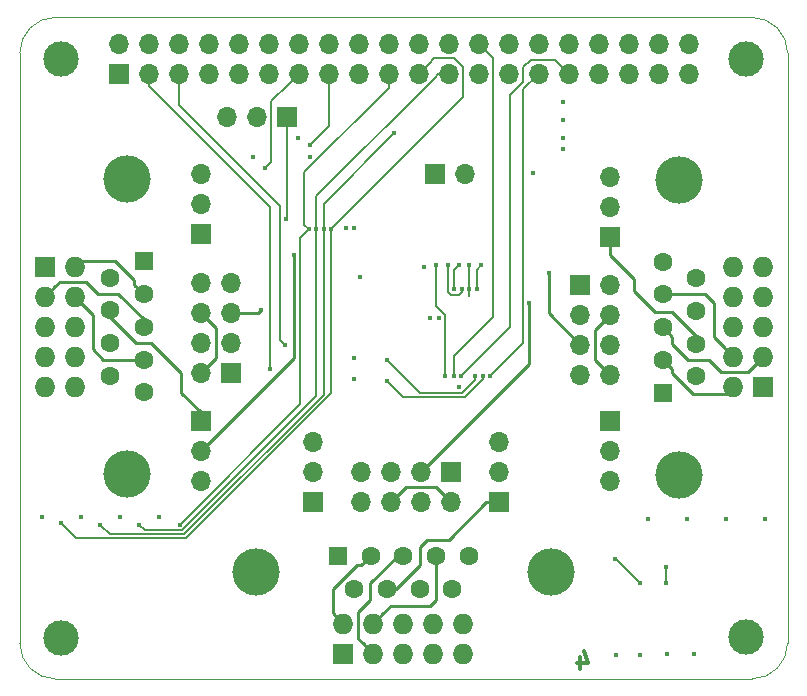
<source format=gbr>
G04 #@! TF.GenerationSoftware,KiCad,Pcbnew,5.1.5+dfsg1-2build2*
G04 #@! TF.CreationDate,2021-09-09T19:15:16+02:00*
G04 #@! TF.ProjectId,RPi_V24,5250695f-5632-4342-9e6b-696361645f70,1*
G04 #@! TF.SameCoordinates,Original*
G04 #@! TF.FileFunction,Copper,L4,Bot*
G04 #@! TF.FilePolarity,Positive*
%FSLAX46Y46*%
G04 Gerber Fmt 4.6, Leading zero omitted, Abs format (unit mm)*
G04 Created by KiCad (PCBNEW 5.1.5+dfsg1-2build2) date 2021-09-09 19:15:16*
%MOMM*%
%LPD*%
G04 APERTURE LIST*
%ADD10C,0.300000*%
%ADD11C,0.100000*%
%ADD12R,1.700000X1.700000*%
%ADD13O,1.700000X1.700000*%
%ADD14C,3.000000*%
%ADD15R,1.600000X1.600000*%
%ADD16C,1.600000*%
%ADD17C,4.000000*%
%ADD18O,1.727200X1.727200*%
%ADD19R,1.727200X1.727200*%
%ADD20C,0.400000*%
%ADD21C,0.250000*%
%ADD22C,0.150000*%
G04 APERTURE END LIST*
D10*
X125952285Y-114994571D02*
X125952285Y-115994571D01*
X126309428Y-114423142D02*
X126666571Y-115494571D01*
X125738000Y-115494571D01*
D11*
X78546356Y-63817611D02*
X78546356Y-113817611D01*
X78546356Y-63817611D02*
G75*
G02X81546356Y-60817611I3000000J0D01*
G01*
X140546356Y-60817611D02*
X81546356Y-60817611D01*
X140546356Y-60817611D02*
G75*
G02X143546356Y-63817611I0J-3000000D01*
G01*
X143546247Y-113792001D02*
X143546356Y-63817611D01*
X81546356Y-116817611D02*
G75*
G02X78546356Y-113817611I0J3000000D01*
G01*
X81546356Y-116817611D02*
X140546356Y-116817611D01*
X143546247Y-113792001D02*
G75*
G02X140546356Y-116817611I-2999891J-25610D01*
G01*
D12*
X86920000Y-65590000D03*
D13*
X86920000Y-63050000D03*
X89460000Y-65590000D03*
X89460000Y-63050000D03*
X92000000Y-65590000D03*
X92000000Y-63050000D03*
X94540000Y-65590000D03*
X94540000Y-63050000D03*
X97080000Y-65590000D03*
X97080000Y-63050000D03*
X99620000Y-65590000D03*
X99620000Y-63050000D03*
X102160000Y-65590000D03*
X102160000Y-63050000D03*
X104700000Y-65590000D03*
X104700000Y-63050000D03*
X107240000Y-65590000D03*
X107240000Y-63050000D03*
X109780000Y-65590000D03*
X109780000Y-63050000D03*
X112320000Y-65590000D03*
X112320000Y-63050000D03*
X114860000Y-65590000D03*
X114860000Y-63050000D03*
X117400000Y-65590000D03*
X117400000Y-63050000D03*
X119940000Y-65590000D03*
X119940000Y-63050000D03*
X122480000Y-65590000D03*
X122480000Y-63050000D03*
X125020000Y-65590000D03*
X125020000Y-63050000D03*
X127560000Y-65590000D03*
X127560000Y-63050000D03*
X130100000Y-65590000D03*
X130100000Y-63050000D03*
X132640000Y-65590000D03*
X132640000Y-63050000D03*
X135180000Y-65590000D03*
X135180000Y-63050000D03*
D12*
X113700000Y-74100000D03*
D13*
X116240000Y-74100000D03*
D14*
X82040000Y-64310000D03*
X140040000Y-64330000D03*
X82040000Y-113320000D03*
X140030000Y-113310000D03*
D15*
X132969000Y-92583000D03*
D16*
X132969000Y-89813000D03*
X132969000Y-87043000D03*
X132969000Y-84273000D03*
X132969000Y-81503000D03*
X135809000Y-91198000D03*
X135809000Y-88428000D03*
X135809000Y-85658000D03*
X135809000Y-82888000D03*
D17*
X134389000Y-99543000D03*
X134389000Y-74543000D03*
X123513500Y-107801000D03*
X98513500Y-107801000D03*
D16*
X115168500Y-109221000D03*
X112398500Y-109221000D03*
X109628500Y-109221000D03*
X106858500Y-109221000D03*
X116553500Y-106381000D03*
X113783500Y-106381000D03*
X111013500Y-106381000D03*
X108243500Y-106381000D03*
D15*
X105473500Y-106381000D03*
X89027000Y-81470500D03*
D16*
X89027000Y-84240500D03*
X89027000Y-87010500D03*
X89027000Y-89780500D03*
X89027000Y-92550500D03*
X86187000Y-82855500D03*
X86187000Y-85625500D03*
X86187000Y-88395500D03*
X86187000Y-91165500D03*
D17*
X87607000Y-74510500D03*
X87607000Y-99510500D03*
D12*
X128524000Y-79375000D03*
D13*
X128524000Y-76835000D03*
X128524000Y-74295000D03*
X128524000Y-100076000D03*
X128524000Y-97536000D03*
D12*
X128524000Y-94996000D03*
X101155500Y-69215000D03*
D13*
X98615500Y-69215000D03*
X96075500Y-69215000D03*
D12*
X125984000Y-83439000D03*
D13*
X128524000Y-83439000D03*
X125984000Y-85979000D03*
X128524000Y-85979000D03*
X125984000Y-88519000D03*
X128524000Y-88519000D03*
X125984000Y-91059000D03*
X128524000Y-91059000D03*
D12*
X115062000Y-99314000D03*
D13*
X115062000Y-101854000D03*
X112522000Y-99314000D03*
X112522000Y-101854000D03*
X109982000Y-99314000D03*
X109982000Y-101854000D03*
X107442000Y-99314000D03*
X107442000Y-101854000D03*
D12*
X119126000Y-101854000D03*
D13*
X119126000Y-99314000D03*
X119126000Y-96774000D03*
X103378000Y-96774000D03*
X103378000Y-99314000D03*
D12*
X103378000Y-101854000D03*
D13*
X93853000Y-83312000D03*
X96393000Y-83312000D03*
X93853000Y-85852000D03*
X96393000Y-85852000D03*
X93853000Y-88392000D03*
X96393000Y-88392000D03*
X93853000Y-90932000D03*
D12*
X96393000Y-90932000D03*
X93853000Y-94996000D03*
D13*
X93853000Y-97536000D03*
X93853000Y-100076000D03*
X93853000Y-74041000D03*
X93853000Y-76581000D03*
D12*
X93853000Y-79121000D03*
D18*
X138938000Y-81915000D03*
X141478000Y-81915000D03*
X138938000Y-84455000D03*
X141478000Y-84455000D03*
X138938000Y-86995000D03*
X141478000Y-86995000D03*
X138938000Y-89535000D03*
X141478000Y-89535000D03*
X138938000Y-92075000D03*
D19*
X141478000Y-92075000D03*
X105918000Y-114681000D03*
D18*
X105918000Y-112141000D03*
X108458000Y-114681000D03*
X108458000Y-112141000D03*
X110998000Y-114681000D03*
X110998000Y-112141000D03*
X113538000Y-114681000D03*
X113538000Y-112141000D03*
X116078000Y-114681000D03*
X116078000Y-112141000D03*
X83185000Y-92075000D03*
X80645000Y-92075000D03*
X83185000Y-89535000D03*
X80645000Y-89535000D03*
X83185000Y-86995000D03*
X80645000Y-86995000D03*
X83185000Y-84455000D03*
X80645000Y-84455000D03*
X83185000Y-81915000D03*
D19*
X80645000Y-81915000D03*
D20*
X121980000Y-74000000D03*
X124500000Y-72000000D03*
X124500000Y-71000000D03*
X124500000Y-69500000D03*
X124500000Y-68000000D03*
X103124000Y-72644000D03*
X106172000Y-78613000D03*
X114046000Y-86233000D03*
X129032000Y-114808000D03*
X131064000Y-114808000D03*
X133350000Y-114681000D03*
X135636000Y-114681000D03*
X135001000Y-103251000D03*
X131699000Y-103251000D03*
X138303000Y-103251000D03*
X141605000Y-103251000D03*
X80391000Y-103124000D03*
X83693000Y-103124000D03*
X86995000Y-103124000D03*
X90297000Y-103124000D03*
X115769555Y-92129443D03*
X98298000Y-72644000D03*
X106807000Y-89662000D03*
X131064000Y-108679000D03*
X128910373Y-106674627D03*
X114554000Y-91186000D03*
X113792000Y-81788000D03*
X115951000Y-83820000D03*
X114840999Y-81788000D03*
X115316000Y-83820000D03*
X115697000Y-81788000D03*
X116586000Y-83820000D03*
X116586000Y-81788000D03*
X102997000Y-78740000D03*
X92075000Y-103759000D03*
X104902000Y-78740000D03*
X82042000Y-103632000D03*
X103632000Y-78740000D03*
X88646000Y-103759000D03*
X104267000Y-78740000D03*
X110236000Y-70612000D03*
X85344000Y-103759000D03*
X133223000Y-107315000D03*
X133223000Y-108679000D03*
X115316000Y-91186000D03*
X118364000Y-91185998D03*
X115916003Y-91186000D03*
X117221000Y-83820000D03*
X117602000Y-81788000D03*
X101727000Y-80899000D03*
X107315000Y-82804000D03*
X112776000Y-81915000D03*
X106807000Y-78613000D03*
X113284000Y-86233000D03*
X102108046Y-70993000D03*
X106807000Y-91440000D03*
X123317000Y-82423000D03*
X121666000Y-84963000D03*
X101046879Y-77896112D03*
X98933000Y-85598000D03*
X117094000Y-91186000D03*
X109601000Y-89789000D03*
X100965000Y-88519000D03*
X117729000Y-91186000D03*
X109601000Y-91567000D03*
X99695000Y-90551000D03*
X99314000Y-73533000D03*
X103124000Y-71628000D03*
D21*
X119940000Y-66060000D02*
X119940000Y-65590000D01*
D22*
X131064000Y-108679000D02*
X129059627Y-106674627D01*
X129059627Y-106674627D02*
X128910373Y-106674627D01*
X113792000Y-85275998D02*
X113792000Y-81788000D01*
X114554000Y-86037998D02*
X113792000Y-85275998D01*
X114554000Y-91186000D02*
X114554000Y-86037998D01*
X114840999Y-81788000D02*
X114840999Y-81788000D01*
X114840999Y-82070842D02*
X114840999Y-81788000D01*
X115087999Y-84295001D02*
X114840999Y-84048001D01*
X115739999Y-84295001D02*
X115087999Y-84295001D01*
X115951000Y-84084000D02*
X115739999Y-84295001D01*
X114840999Y-84048001D02*
X114840999Y-82070842D01*
X115951000Y-83820000D02*
X115951000Y-84084000D01*
X115316000Y-83820000D02*
X115316000Y-82169000D01*
X115316000Y-82169000D02*
X115697000Y-81788000D01*
X116586000Y-84428978D02*
X116586000Y-81788000D01*
X116586000Y-81788000D02*
X116586000Y-81788000D01*
X109780000Y-66792081D02*
X109780000Y-65590000D01*
X102648999Y-73923082D02*
X109780000Y-66792081D01*
X102648999Y-78391999D02*
X102648999Y-73923082D01*
X102997000Y-78740000D02*
X102648999Y-78391999D01*
X102252999Y-79484001D02*
X102252999Y-93581001D01*
X102997000Y-78740000D02*
X102252999Y-79484001D01*
X102252999Y-93581001D02*
X92075000Y-103759000D01*
X113169999Y-64740001D02*
X112320000Y-65590000D01*
X113648000Y-64262000D02*
X113169999Y-64740001D01*
X115320001Y-64262000D02*
X113648000Y-64262000D01*
X116078000Y-65019999D02*
X115320001Y-64262000D01*
X116078000Y-67564000D02*
X116078000Y-65019999D01*
X104902000Y-78740000D02*
X116078000Y-67564000D01*
X92592957Y-104934021D02*
X83344021Y-104934021D01*
X104902000Y-92624978D02*
X92592957Y-104934021D01*
X83344021Y-104934021D02*
X82042000Y-103632000D01*
X104902000Y-78740000D02*
X104902000Y-92624978D01*
X113665000Y-65913000D02*
X113988000Y-65590000D01*
X113988000Y-65590000D02*
X114860000Y-65590000D01*
X113662002Y-65913000D02*
X113665000Y-65913000D01*
X103632000Y-75943002D02*
X113662002Y-65913000D01*
X103632000Y-78740000D02*
X103632000Y-75943002D01*
X89121001Y-104234001D02*
X88646000Y-103759000D01*
X92303001Y-104234001D02*
X89121001Y-104234001D01*
X103632000Y-92905002D02*
X92303001Y-104234001D01*
X103632000Y-78740000D02*
X103632000Y-92905002D01*
X104267000Y-76581000D02*
X110236000Y-70612000D01*
X104267000Y-78740000D02*
X104267000Y-76581000D01*
X104267000Y-92764990D02*
X92447979Y-104584011D01*
X86169011Y-104584011D02*
X85344000Y-103759000D01*
X92447979Y-104584011D02*
X86169011Y-104584011D01*
X104267000Y-78740000D02*
X104267000Y-92764990D01*
X133223000Y-107315000D02*
X133223000Y-108679000D01*
X118249999Y-63899999D02*
X117400000Y-63050000D01*
X118618000Y-64268000D02*
X118249999Y-63899999D01*
X118618000Y-86164998D02*
X118618000Y-64268000D01*
X115316000Y-89466998D02*
X118618000Y-86164998D01*
X115316000Y-91186000D02*
X115316000Y-89466998D01*
X121190999Y-88358999D02*
X118563999Y-90985999D01*
X118563999Y-90985999D02*
X118364000Y-91185998D01*
X121190999Y-66879001D02*
X121190999Y-88358999D01*
X122480000Y-65590000D02*
X121190999Y-66879001D01*
X124170001Y-64740001D02*
X125020000Y-65590000D01*
X123819000Y-64389000D02*
X124170001Y-64740001D01*
X121793000Y-64389000D02*
X123819000Y-64389000D01*
X121158000Y-65024000D02*
X121793000Y-64389000D01*
X121158000Y-66294000D02*
X121158000Y-65024000D01*
X120047999Y-67404001D02*
X121158000Y-66294000D01*
X120047999Y-87054004D02*
X120047999Y-67404001D01*
X115916003Y-91186000D02*
X120047999Y-87054004D01*
X117221000Y-82169000D02*
X117602000Y-81788000D01*
X117221000Y-83820000D02*
X117221000Y-82169000D01*
D21*
X101727000Y-89662000D02*
X93853000Y-97536000D01*
X101727000Y-80899000D02*
X101727000Y-89662000D01*
X137287000Y-87884000D02*
X138074401Y-88671401D01*
X138074401Y-88671401D02*
X138938000Y-89535000D01*
X137287000Y-84963000D02*
X137287000Y-87884000D01*
X136597000Y-84273000D02*
X137287000Y-84963000D01*
X132969000Y-84273000D02*
X136597000Y-84273000D01*
X130556000Y-82931000D02*
X128524000Y-80899000D01*
X130556000Y-83947000D02*
X130556000Y-82931000D01*
X128524000Y-80899000D02*
X128524000Y-79375000D01*
X132334000Y-85725000D02*
X130556000Y-83947000D01*
X133731000Y-85725000D02*
X132334000Y-85725000D01*
X135809000Y-87803000D02*
X133731000Y-85725000D01*
X135809000Y-88428000D02*
X135809000Y-87803000D01*
X110362000Y-109221000D02*
X109628500Y-109221000D01*
X113030000Y-105029000D02*
X112395000Y-105664000D01*
X114851000Y-105029000D02*
X113030000Y-105029000D01*
X118026000Y-101854000D02*
X114851000Y-105029000D01*
X112395000Y-107188000D02*
X110362000Y-109221000D01*
X112395000Y-105664000D02*
X112395000Y-107188000D01*
X119126000Y-101854000D02*
X118026000Y-101854000D01*
X109321599Y-111277401D02*
X108458000Y-112141000D01*
X113284000Y-110617000D02*
X109982000Y-110617000D01*
X113783500Y-110117500D02*
X113284000Y-110617000D01*
X109982000Y-110617000D02*
X109321599Y-111277401D01*
X113783500Y-106381000D02*
X113783500Y-110117500D01*
X84048599Y-85318599D02*
X83185000Y-84455000D01*
X84709000Y-85979000D02*
X84048599Y-85318599D01*
X84709000Y-88900000D02*
X84709000Y-85979000D01*
X85589500Y-89780500D02*
X84709000Y-88900000D01*
X89027000Y-89780500D02*
X85589500Y-89780500D01*
X88361065Y-88392000D02*
X86187000Y-86217935D01*
X86187000Y-86217935D02*
X86187000Y-85625500D01*
X89662000Y-88392000D02*
X88361065Y-88392000D01*
X92202000Y-90932000D02*
X89662000Y-88392000D01*
X92202000Y-92583000D02*
X92202000Y-90932000D01*
X93853000Y-94234000D02*
X92202000Y-92583000D01*
X93853000Y-94996000D02*
X93853000Y-94234000D01*
X135518999Y-92710000D02*
X138303000Y-92710000D01*
X133768999Y-90960000D02*
X135518999Y-92710000D01*
X133768999Y-90612999D02*
X133768999Y-90960000D01*
X138303000Y-92710000D02*
X138938000Y-92075000D01*
X132969000Y-89813000D02*
X133768999Y-90612999D01*
X127674001Y-90209001D02*
X128524000Y-91059000D01*
X127254000Y-89789000D02*
X127674001Y-90209001D01*
X127254000Y-87249000D02*
X127254000Y-89789000D01*
X128524000Y-85979000D02*
X127254000Y-87249000D01*
X140614401Y-90398599D02*
X141478000Y-89535000D01*
X140208000Y-90805000D02*
X140614401Y-90398599D01*
X136906000Y-89789000D02*
X137922000Y-90805000D01*
X135128000Y-89789000D02*
X136906000Y-89789000D01*
X133768999Y-88429999D02*
X135128000Y-89789000D01*
X133768999Y-87842999D02*
X133768999Y-88429999D01*
X137922000Y-90805000D02*
X140208000Y-90805000D01*
X132969000Y-87043000D02*
X133768999Y-87842999D01*
X107594401Y-113817401D02*
X108458000Y-114681000D01*
X107188000Y-111125000D02*
X107188000Y-113411000D01*
X108204000Y-110109000D02*
X107188000Y-111125000D01*
X107188000Y-113411000D02*
X107594401Y-113817401D01*
X108204000Y-108712000D02*
X108204000Y-110109000D01*
X110535000Y-106381000D02*
X108204000Y-108712000D01*
X111013500Y-106381000D02*
X110535000Y-106381000D01*
X114212001Y-101004001D02*
X115062000Y-101854000D01*
X113792000Y-100584000D02*
X114212001Y-101004001D01*
X111252000Y-100584000D02*
X113792000Y-100584000D01*
X109982000Y-101854000D02*
X111252000Y-100584000D01*
X105054401Y-111277401D02*
X105918000Y-112141000D01*
X105054401Y-109194599D02*
X105054401Y-111277401D01*
X107068001Y-107180999D02*
X105054401Y-109194599D01*
X107443501Y-107180999D02*
X107068001Y-107180999D01*
X108243500Y-106381000D02*
X107443501Y-107180999D01*
X94702999Y-90082001D02*
X93853000Y-90932000D01*
X95123000Y-89662000D02*
X94702999Y-90082001D01*
X95123000Y-87122000D02*
X95123000Y-89662000D01*
X93853000Y-85852000D02*
X95123000Y-87122000D01*
X83693000Y-81407000D02*
X83185000Y-81915000D01*
X86614000Y-81407000D02*
X83693000Y-81407000D01*
X88227001Y-83020001D02*
X86614000Y-81407000D01*
X88227001Y-83440501D02*
X88227001Y-83020001D01*
X89027000Y-84240500D02*
X88227001Y-83440501D01*
X81915000Y-83185000D02*
X81508599Y-83591401D01*
X81508599Y-83591401D02*
X80645000Y-84455000D01*
X84145249Y-83185000D02*
X81915000Y-83185000D01*
X85161249Y-84201000D02*
X84145249Y-83185000D01*
X86868000Y-84201000D02*
X85161249Y-84201000D01*
X89027000Y-86360000D02*
X86868000Y-84201000D01*
X89027000Y-87010500D02*
X89027000Y-86360000D01*
X123317000Y-82705842D02*
X123317000Y-82423000D01*
X123317000Y-85852000D02*
X123317000Y-82705842D01*
X125984000Y-88519000D02*
X123317000Y-85852000D01*
X121666000Y-90170000D02*
X121666000Y-85245842D01*
X112522000Y-99314000D02*
X121666000Y-90170000D01*
X121666000Y-85245842D02*
X121666000Y-84963000D01*
D22*
X101155500Y-77787491D02*
X101046879Y-77896112D01*
X101155500Y-69215000D02*
X101155500Y-77787491D01*
D21*
X98679000Y-85852000D02*
X96393000Y-85852000D01*
X98933000Y-85598000D02*
X98679000Y-85852000D01*
D22*
X112416444Y-92604444D02*
X109601000Y-89789000D01*
X115997556Y-92604444D02*
X112416444Y-92604444D01*
X117094000Y-91508000D02*
X115997556Y-92604444D01*
X117094000Y-91186000D02*
X117094000Y-91508000D01*
X92000000Y-66792081D02*
X92000000Y-65590000D01*
X92000000Y-68251000D02*
X92000000Y-66792081D01*
X100571878Y-76822878D02*
X92000000Y-68251000D01*
X100571878Y-88125878D02*
X100571878Y-76822878D01*
X100965000Y-88519000D02*
X100571878Y-88125878D01*
X110988454Y-92954454D02*
X109601000Y-91567000D01*
X116243388Y-92954454D02*
X110988454Y-92954454D01*
X117729000Y-91468842D02*
X116243388Y-92954454D01*
X117729000Y-91186000D02*
X117729000Y-91468842D01*
X89460000Y-66600000D02*
X89460000Y-65590000D01*
X99695000Y-76835000D02*
X89460000Y-66600000D01*
X99695000Y-90551000D02*
X99695000Y-76835000D01*
X101310001Y-66439999D02*
X102160000Y-65590000D01*
X99822000Y-67928000D02*
X101310001Y-66439999D01*
X99822000Y-73025000D02*
X99822000Y-67928000D01*
X99314000Y-73533000D02*
X99822000Y-73025000D01*
X104700000Y-70052000D02*
X104700000Y-65590000D01*
X103124000Y-71628000D02*
X104700000Y-70052000D01*
M02*

</source>
